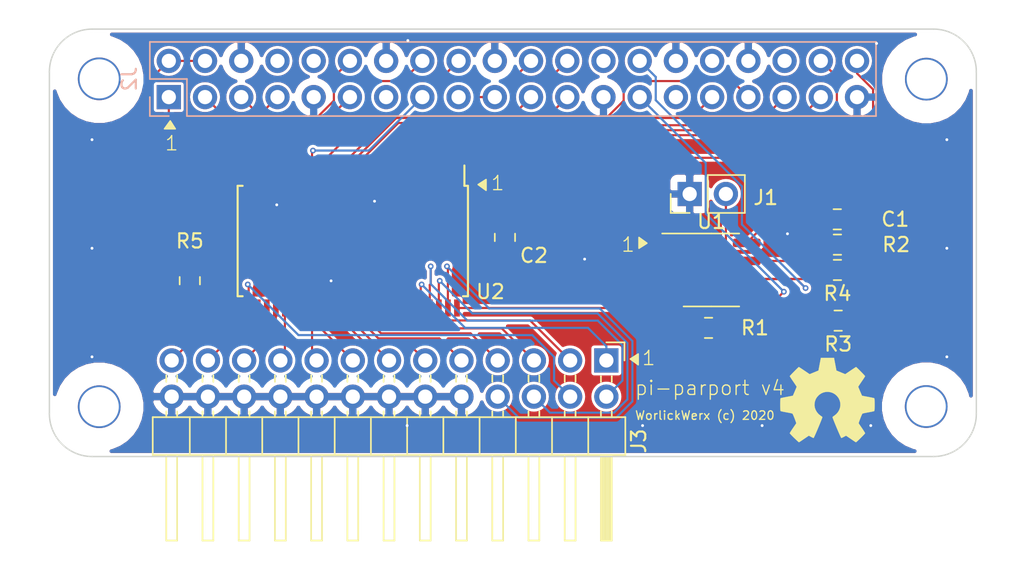
<source format=kicad_pcb>
(kicad_pcb (version 20171130) (host pcbnew 5.1.4+dfsg1-1~bpo10+1)
  (layers (0 F.Cu signal) (31 B.Cu signal) (34 B.Paste user) (35 F.Paste user) (36 B.SilkS user) (37 F.SilkS user) (38 B.Mask user) (39 F.Mask user) (44 Edge.Cuts user))
  (net 0 "")
  (net 1 GND)
  (net 2 /ID_SD_EEPROM)
  (net 3 /ID_SC_EEPROM)
  (net 4 "Net-(J1-Pad2)")
  (net 5 +3V3)
  (net 6 +5V)
  (net 7 /GPIO2)
  (net 8 /GPIO3)
  (net 9 /GPIO4)
  (net 10 "Net-(J2-Pad8)")
  (net 11 "Net-(J2-Pad10)")
  (net 12 /GPIO17)
  (net 13 /GPIO18)
  (net 14 "Net-(J2-Pad13)")
  (net 15 /GPIO22)
  (net 16 /GPIO23)
  (net 17 "Net-(J2-Pad17)")
  (net 18 /GPIO24)
  (net 19 /GPIO10)
  (net 20 /GPIO9)
  (net 21 /GPIO25)
  (net 22 /GPIO11)
  (net 23 /GPIO8)
  (net 24 "Net-(J2-Pad26)")
  (net 25 "Net-(J2-Pad29)")
  (net 26 /GPIO6)
  (net 27 "Net-(J2-Pad32)")
  (net 28 /GPIO13)
  (net 29 /GPIO19)
  (net 30 "Net-(J2-Pad36)")
  (net 31 /GPIO26)
  (net 32 /GPIO20)
  (net 33 /GPIO21)
  (net 34 /CONTROL0)
  (net 35 /CONTROL1)
  (net 36 /DATA0)
  (net 37 /STATUS3)
  (net 38 /DATA1)
  (net 39 /CONTROL2)
  (net 40 /DATA2)
  (net 41 /CONTROL3)
  (net 42 /DATA3)
  (net 43 /DATA4)
  (net 44 /DATA5)
  (net 45 /DATA6)
  (net 46 /DATA7)
  (net 47 /STATUS6)
  (net 48 /STATUS7)
  (net 49 /STATUS5)
  (net 50 /STATUS4)
  (net 51 "Net-(U2-Pad30)")
  (net 52 "Net-(U2-Pad43)")
  (module Symbol:OSHW-Symbol_6.7x6mm_SilkScreen (layer F.Cu) (at 133.096 86.868)
    (fp_text reference REF** hide)
    (fp_text value OSHW-Symbol_6.7x6mm_SilkScreen hide)
  )
  (module Package_SO:SSOP-48_7.5x15.9mm_P0.635mm (layer F.Cu) (at 99.822 75.692 270)
    (fp_text reference U2 (at 3.556 -9.652 180) (layer F.SilkS))
    (fp_text value SN74LVC161284DLR)
    (pad 48 smd rect (at 4.7 -7.3025 270) (size 1.2 0.4) (layers F.Cu F.Paste F.Mask) (net 33 /GPIO21))
    (pad 47 smd rect (at 4.7 -6.6675 270) (size 1.2 0.4) (layers F.Cu F.Paste F.Mask) (net 41 /CONTROL3))
    (pad 46 smd rect (at 4.7 -6.0325 270) (size 1.2 0.4) (layers F.Cu F.Paste F.Mask) (net 39 /CONTROL2))
    (pad 45 smd rect (at 4.7 -5.3975 270) (size 1.2 0.4) (layers F.Cu F.Paste F.Mask) (net 35 /CONTROL1))
    (pad 44 smd rect (at 4.7 -4.7625 270) (size 1.2 0.4) (layers F.Cu F.Paste F.Mask) (net 34 /CONTROL0))
    (pad 43 smd rect (at 4.7 -4.1275 270) (size 1.2 0.4) (layers F.Cu F.Paste F.Mask) (net 52 "Net-(U2-Pad43)"))
    (pad 42 smd rect (at 4.7 -3.4925 270) (size 1.2 0.4) (layers F.Cu F.Paste F.Mask) (net 6 +5V))
    (pad 41 smd rect (at 4.7 -2.8575 270) (size 1.2 0.4) (layers F.Cu F.Paste F.Mask) (net 36 /DATA0))
    (pad 40 smd rect (at 4.7 -2.2225 270) (size 1.2 0.4) (layers F.Cu F.Paste F.Mask) (net 38 /DATA1))
    (pad 39 smd rect (at 4.7 -1.5875 270) (size 1.2 0.4) (layers F.Cu F.Paste F.Mask) (net 1 GND))
    (pad 38 smd rect (at 4.7 -0.9525 270) (size 1.2 0.4) (layers F.Cu F.Paste F.Mask) (net 40 /DATA2))
    (pad 37 smd rect (at 4.7 -0.3175 270) (size 1.2 0.4) (layers F.Cu F.Paste F.Mask) (net 42 /DATA3))
    (pad 36 smd rect (at 4.7 0.3175 270) (size 1.2 0.4) (layers F.Cu F.Paste F.Mask) (net 43 /DATA4))
    (pad 35 smd rect (at 4.7 0.9525 270) (size 1.2 0.4) (layers F.Cu F.Paste F.Mask) (net 44 /DATA5))
    (pad 34 smd rect (at 4.7 1.5875 270) (size 1.2 0.4) (layers F.Cu F.Paste F.Mask) (net 1 GND))
    (pad 33 smd rect (at 4.7 2.2225 270) (size 1.2 0.4) (layers F.Cu F.Paste F.Mask) (net 45 /DATA6))
    (pad 32 smd rect (at 4.7 2.8575 270) (size 1.2 0.4) (layers F.Cu F.Paste F.Mask) (net 46 /DATA7))
    (pad 31 smd rect (at 4.7 3.4925 270) (size 1.2 0.4) (layers F.Cu F.Paste F.Mask) (net 6 +5V))
    (pad 30 smd rect (at 4.7 4.1275 270) (size 1.2 0.4) (layers F.Cu F.Paste F.Mask) (net 51 "Net-(U2-Pad30)"))
    (pad 29 smd rect (at 4.7 4.7625 270) (size 1.2 0.4) (layers F.Cu F.Paste F.Mask) (net 47 /STATUS6))
    (pad 28 smd rect (at 4.7 5.3975 270) (size 1.2 0.4) (layers F.Cu F.Paste F.Mask) (net 48 /STATUS7))
    (pad 27 smd rect (at 4.7 6.0325 270) (size 1.2 0.4) (layers F.Cu F.Paste F.Mask) (net 49 /STATUS5))
    (pad 26 smd rect (at 4.7 6.6675 270) (size 1.2 0.4) (layers F.Cu F.Paste F.Mask) (net 50 /STATUS4))
    (pad 25 smd rect (at 4.7 7.3025 270) (size 1.2 0.4) (layers F.Cu F.Paste F.Mask) (net 37 /STATUS3))
    (pad 24 smd rect (at -4.7 7.3025 270) (size 1.2 0.4) (layers F.Cu F.Paste F.Mask) (net 7 /GPIO2))
    (pad 23 smd rect (at -4.7 6.6675 270) (size 1.2 0.4) (layers F.Cu F.Paste F.Mask) (net 8 /GPIO3))
    (pad 22 smd rect (at -4.7 6.0325 270) (size 1.2 0.4) (layers F.Cu F.Paste F.Mask) (net 9 /GPIO4))
    (pad 21 smd rect (at -4.7 5.3975 270) (size 1.2 0.4) (layers F.Cu F.Paste F.Mask) (net 13 /GPIO18))
    (pad 20 smd rect (at -4.7 4.7625 270) (size 1.2 0.4) (layers F.Cu F.Paste F.Mask) (net 12 /GPIO17))
    (pad 19 smd rect (at -4.7 4.1275 270) (size 1.2 0.4) (layers F.Cu F.Paste F.Mask) (net 1 GND))
    (pad 18 smd rect (at -4.7 3.4925 270) (size 1.2 0.4) (layers F.Cu F.Paste F.Mask) (net 5 +3V3))
    (pad 17 smd rect (at -4.7 2.8575 270) (size 1.2 0.4) (layers F.Cu F.Paste F.Mask) (net 15 /GPIO22))
    (pad 16 smd rect (at -4.7 2.2225 270) (size 1.2 0.4) (layers F.Cu F.Paste F.Mask) (net 16 /GPIO23))
    (pad 15 smd rect (at -4.7 1.5875 270) (size 1.2 0.4) (layers F.Cu F.Paste F.Mask) (net 1 GND))
    (pad 14 smd rect (at -4.7 0.9525 270) (size 1.2 0.4) (layers F.Cu F.Paste F.Mask) (net 18 /GPIO24))
    (pad 13 smd rect (at -4.7 0.3175 270) (size 1.2 0.4) (layers F.Cu F.Paste F.Mask) (net 19 /GPIO10))
    (pad 12 smd rect (at -4.7 -0.3175 270) (size 1.2 0.4) (layers F.Cu F.Paste F.Mask) (net 21 /GPIO25))
    (pad 11 smd rect (at -4.7 -0.9525 270) (size 1.2 0.4) (layers F.Cu F.Paste F.Mask) (net 20 /GPIO9))
    (pad 10 smd rect (at -4.7 -1.5875 270) (size 1.2 0.4) (layers F.Cu F.Paste F.Mask) (net 1 GND))
    (pad 9 smd rect (at -4.7 -2.2225 270) (size 1.2 0.4) (layers F.Cu F.Paste F.Mask) (net 23 /GPIO8))
    (pad 8 smd rect (at -4.7 -2.8575 270) (size 1.2 0.4) (layers F.Cu F.Paste F.Mask) (net 22 /GPIO11))
    (pad 7 smd rect (at -4.7 -3.4925 270) (size 1.2 0.4) (layers F.Cu F.Paste F.Mask) (net 5 +3V3))
    (pad 6 smd rect (at -4.7 -4.1275 270) (size 1.2 0.4) (layers F.Cu F.Paste F.Mask) (net 1 GND))
    (pad 5 smd rect (at -4.7 -4.7625 270) (size 1.2 0.4) (layers F.Cu F.Paste F.Mask) (net 28 /GPIO13))
    (pad 4 smd rect (at -4.7 -5.3975 270) (size 1.2 0.4) (layers F.Cu F.Paste F.Mask) (net 26 /GPIO6))
    (pad 3 smd rect (at -4.7 -6.0325 270) (size 1.2 0.4) (layers F.Cu F.Paste F.Mask) (net 29 /GPIO19))
    (pad 2 smd rect (at -4.7 -6.6675 270) (size 1.2 0.4) (layers F.Cu F.Paste F.Mask) (net 31 /GPIO26))
    (pad 1 smd rect (at -4.7 -7.3025 270) (size 1.2 0.4) (layers F.Cu F.Paste F.Mask) (net 32 /GPIO20))
  )
  (module Connector_PinHeader_2.54mm:PinHeader_2x13_P2.54mm_Horizontal (layer F.Cu) (at 117.602 84.074 270)
    (fp_text reference J3 (at 5.655 -2.27 90) (layer F.SilkS))
    (fp_text value Conn_02x13_Odd_Even)
    (pad 26 thru_hole oval (at 2.54 30.48 270) (size 1.7 1.7) (drill 1) (layers *.Cu *.Mask) (net 1 GND))
    (pad 25 thru_hole oval (at 0 30.48 270) (size 1.7 1.7) (drill 1) (layers *.Cu *.Mask) (net 50 /STATUS4))
    (pad 24 thru_hole oval (at 2.54 27.94 270) (size 1.7 1.7) (drill 1) (layers *.Cu *.Mask) (net 1 GND))
    (pad 23 thru_hole oval (at 0 27.94 270) (size 1.7 1.7) (drill 1) (layers *.Cu *.Mask) (net 49 /STATUS5))
    (pad 22 thru_hole oval (at 2.54 25.4 270) (size 1.7 1.7) (drill 1) (layers *.Cu *.Mask) (net 1 GND))
    (pad 21 thru_hole oval (at 0 25.4 270) (size 1.7 1.7) (drill 1) (layers *.Cu *.Mask) (net 48 /STATUS7))
    (pad 20 thru_hole oval (at 2.54 22.86 270) (size 1.7 1.7) (drill 1) (layers *.Cu *.Mask) (net 1 GND))
    (pad 19 thru_hole oval (at 0 22.86 270) (size 1.7 1.7) (drill 1) (layers *.Cu *.Mask) (net 47 /STATUS6))
    (pad 18 thru_hole oval (at 2.54 20.32 270) (size 1.7 1.7) (drill 1) (layers *.Cu *.Mask) (net 1 GND))
    (pad 17 thru_hole oval (at 0 20.32 270) (size 1.7 1.7) (drill 1) (layers *.Cu *.Mask) (net 46 /DATA7))
    (pad 16 thru_hole oval (at 2.54 17.78 270) (size 1.7 1.7) (drill 1) (layers *.Cu *.Mask) (net 1 GND))
    (pad 15 thru_hole oval (at 0 17.78 270) (size 1.7 1.7) (drill 1) (layers *.Cu *.Mask) (net 45 /DATA6))
    (pad 14 thru_hole oval (at 2.54 15.24 270) (size 1.7 1.7) (drill 1) (layers *.Cu *.Mask) (net 1 GND))
    (pad 13 thru_hole oval (at 0 15.24 270) (size 1.7 1.7) (drill 1) (layers *.Cu *.Mask) (net 44 /DATA5))
    (pad 12 thru_hole oval (at 2.54 12.7 270) (size 1.7 1.7) (drill 1) (layers *.Cu *.Mask) (net 1 GND))
    (pad 11 thru_hole oval (at 0 12.7 270) (size 1.7 1.7) (drill 1) (layers *.Cu *.Mask) (net 43 /DATA4))
    (pad 10 thru_hole oval (at 2.54 10.16 270) (size 1.7 1.7) (drill 1) (layers *.Cu *.Mask) (net 1 GND))
    (pad 9 thru_hole oval (at 0 10.16 270) (size 1.7 1.7) (drill 1) (layers *.Cu *.Mask) (net 42 /DATA3))
    (pad 8 thru_hole oval (at 2.54 7.62 270) (size 1.7 1.7) (drill 1) (layers *.Cu *.Mask) (net 41 /CONTROL3))
    (pad 7 thru_hole oval (at 0 7.62 270) (size 1.7 1.7) (drill 1) (layers *.Cu *.Mask) (net 40 /DATA2))
    (pad 6 thru_hole oval (at 2.54 5.08 270) (size 1.7 1.7) (drill 1) (layers *.Cu *.Mask) (net 39 /CONTROL2))
    (pad 5 thru_hole oval (at 0 5.08 270) (size 1.7 1.7) (drill 1) (layers *.Cu *.Mask) (net 38 /DATA1))
    (pad 4 thru_hole oval (at 2.54 2.54 270) (size 1.7 1.7) (drill 1) (layers *.Cu *.Mask) (net 37 /STATUS3))
    (pad 3 thru_hole oval (at 0 2.54 270) (size 1.7 1.7) (drill 1) (layers *.Cu *.Mask) (net 36 /DATA0))
    (pad 2 thru_hole oval (at 2.54 0 270) (size 1.7 1.7) (drill 1) (layers *.Cu *.Mask) (net 35 /CONTROL1))
    (pad 1 thru_hole rect (at 0 0 270) (size 1.7 1.7) (drill 1) (layers *.Cu *.Mask) (net 34 /CONTROL0))
  )
  (module Connector_PinSocket_2.54mm:PinSocket_2x20_P2.54mm_Vertical (layer B.Cu) (at 86.92 65.59 270)
    (fp_text reference J2 (at -1.27 2.77 270) (layer B.SilkS) (effects (justify mirror)))
    (fp_text value 40HAT)
    (pad 1 thru_hole rect (at 0 0 270) (size 1.7 1.7) (drill 1) (layers *.Cu *.Mask) (net 5 +3V3))
    (pad 2 thru_hole oval (at -2.54 0 270) (size 1.7 1.7) (drill 1) (layers *.Cu *.Mask) (net 6 +5V))
    (pad 3 thru_hole oval (at 0 -2.54 270) (size 1.7 1.7) (drill 1) (layers *.Cu *.Mask) (net 7 /GPIO2))
    (pad 4 thru_hole oval (at -2.54 -2.54 270) (size 1.7 1.7) (drill 1) (layers *.Cu *.Mask) (net 6 +5V))
    (pad 5 thru_hole oval (at 0 -5.08 270) (size 1.7 1.7) (drill 1) (layers *.Cu *.Mask) (net 8 /GPIO3))
    (pad 6 thru_hole oval (at -2.54 -5.08 270) (size 1.7 1.7) (drill 1) (layers *.Cu *.Mask) (net 1 GND))
    (pad 7 thru_hole oval (at 0 -7.62 270) (size 1.7 1.7) (drill 1) (layers *.Cu *.Mask) (net 9 /GPIO4))
    (pad 8 thru_hole oval (at -2.54 -7.62 270) (size 1.7 1.7) (drill 1) (layers *.Cu *.Mask) (net 10 "Net-(J2-Pad8)"))
    (pad 9 thru_hole oval (at 0 -10.16 270) (size 1.7 1.7) (drill 1) (layers *.Cu *.Mask) (net 1 GND))
    (pad 10 thru_hole oval (at -2.54 -10.16 270) (size 1.7 1.7) (drill 1) (layers *.Cu *.Mask) (net 11 "Net-(J2-Pad10)"))
    (pad 11 thru_hole oval (at 0 -12.7 270) (size 1.7 1.7) (drill 1) (layers *.Cu *.Mask) (net 12 /GPIO17))
    (pad 12 thru_hole oval (at -2.54 -12.7 270) (size 1.7 1.7) (drill 1) (layers *.Cu *.Mask) (net 13 /GPIO18))
    (pad 13 thru_hole oval (at 0 -15.24 270) (size 1.7 1.7) (drill 1) (layers *.Cu *.Mask) (net 14 "Net-(J2-Pad13)"))
    (pad 14 thru_hole oval (at -2.54 -15.24 270) (size 1.7 1.7) (drill 1) (layers *.Cu *.Mask) (net 1 GND))
    (pad 15 thru_hole oval (at 0 -17.78 270) (size 1.7 1.7) (drill 1) (layers *.Cu *.Mask) (net 15 /GPIO22))
    (pad 16 thru_hole oval (at -2.54 -17.78 270) (size 1.7 1.7) (drill 1) (layers *.Cu *.Mask) (net 16 /GPIO23))
    (pad 17 thru_hole oval (at 0 -20.32 270) (size 1.7 1.7) (drill 1) (layers *.Cu *.Mask) (net 17 "Net-(J2-Pad17)"))
    (pad 18 thru_hole oval (at -2.54 -20.32 270) (size 1.7 1.7) (drill 1) (layers *.Cu *.Mask) (net 18 /GPIO24))
    (pad 19 thru_hole oval (at 0 -22.86 270) (size 1.7 1.7) (drill 1) (layers *.Cu *.Mask) (net 19 /GPIO10))
    (pad 20 thru_hole oval (at -2.54 -22.86 270) (size 1.7 1.7) (drill 1) (layers *.Cu *.Mask) (net 1 GND))
    (pad 21 thru_hole oval (at 0 -25.4 270) (size 1.7 1.7) (drill 1) (layers *.Cu *.Mask) (net 20 /GPIO9))
    (pad 22 thru_hole oval (at -2.54 -25.4 270) (size 1.7 1.7) (drill 1) (layers *.Cu *.Mask) (net 21 /GPIO25))
    (pad 23 thru_hole oval (at 0 -27.94 270) (size 1.7 1.7) (drill 1) (layers *.Cu *.Mask) (net 22 /GPIO11))
    (pad 24 thru_hole oval (at -2.54 -27.94 270) (size 1.7 1.7) (drill 1) (layers *.Cu *.Mask) (net 23 /GPIO8))
    (pad 25 thru_hole oval (at 0 -30.48 270) (size 1.7 1.7) (drill 1) (layers *.Cu *.Mask) (net 1 GND))
    (pad 26 thru_hole oval (at -2.54 -30.48 270) (size 1.7 1.7) (drill 1) (layers *.Cu *.Mask) (net 24 "Net-(J2-Pad26)"))
    (pad 27 thru_hole oval (at 0 -33.02 270) (size 1.7 1.7) (drill 1) (layers *.Cu *.Mask) (net 2 /ID_SD_EEPROM))
    (pad 28 thru_hole oval (at -2.54 -33.02 270) (size 1.7 1.7) (drill 1) (layers *.Cu *.Mask) (net 3 /ID_SC_EEPROM))
    (pad 29 thru_hole oval (at 0 -35.56 270) (size 1.7 1.7) (drill 1) (layers *.Cu *.Mask) (net 25 "Net-(J2-Pad29)"))
    (pad 30 thru_hole oval (at -2.54 -35.56 270) (size 1.7 1.7) (drill 1) (layers *.Cu *.Mask) (net 1 GND))
    (pad 31 thru_hole oval (at 0 -38.1 270) (size 1.7 1.7) (drill 1) (layers *.Cu *.Mask) (net 26 /GPIO6))
    (pad 32 thru_hole oval (at -2.54 -38.1 270) (size 1.7 1.7) (drill 1) (layers *.Cu *.Mask) (net 27 "Net-(J2-Pad32)"))
    (pad 33 thru_hole oval (at 0 -40.64 270) (size 1.7 1.7) (drill 1) (layers *.Cu *.Mask) (net 28 /GPIO13))
    (pad 34 thru_hole oval (at -2.54 -40.64 270) (size 1.7 1.7) (drill 1) (layers *.Cu *.Mask) (net 1 GND))
    (pad 35 thru_hole oval (at 0 -43.18 270) (size 1.7 1.7) (drill 1) (layers *.Cu *.Mask) (net 29 /GPIO19))
    (pad 36 thru_hole oval (at -2.54 -43.18 270) (size 1.7 1.7) (drill 1) (layers *.Cu *.Mask) (net 30 "Net-(J2-Pad36)"))
    (pad 37 thru_hole oval (at 0 -45.72 270) (size 1.7 1.7) (drill 1) (layers *.Cu *.Mask) (net 31 /GPIO26))
    (pad 38 thru_hole oval (at -2.54 -45.72 270) (size 1.7 1.7) (drill 1) (layers *.Cu *.Mask) (net 32 /GPIO20))
    (pad 39 thru_hole oval (at 0 -48.26 270) (size 1.7 1.7) (drill 1) (layers *.Cu *.Mask) (net 1 GND))
    (pad 40 thru_hole oval (at -2.54 -48.26 270) (size 1.7 1.7) (drill 1) (layers *.Cu *.Mask) (net 33 /GPIO21))
  )
  (module Connector_PinHeader_2.54mm:PinHeader_1x02_P2.54mm_Vertical (layer F.Cu) (at 123.444 72.39 90)
    (fp_text reference J1 (at -0.254 5.334 180) (layer F.SilkS))
    (fp_text value CONN_01X02)
    (pad 2 thru_hole oval (at 0 2.54 90) (size 1.7 1.7) (drill 1) (layers *.Cu *.Mask) (net 4 "Net-(J1-Pad2)"))
    (pad 1 thru_hole rect (at 0 0 90) (size 1.7 1.7) (drill 1) (layers *.Cu *.Mask) (net 1 GND))
  )
  (module project_footprints:NPTH_3mm_ID (layer F.Cu) (at 82.04 64.31)
    (fp_text reference H1 (at 0.06 0.09) (layer F.SilkS))
    (fp_text value 3mm_Mounting_Hole hide)
    (pad "" np_thru_hole circle (at 0 0) (size 3 3) (drill 2.75) (layers *.Cu *.Mask) (clearance 1.6))
  )
  (module project_footprints:NPTH_3mm_ID (layer F.Cu) (at 140.04 64.33)
    (fp_text reference H3 (at 0.06 0.09) (layer F.SilkS))
    (fp_text value 3mm_Mounting_Hole hide)
    (pad "" np_thru_hole circle (at 0 0) (size 3 3) (drill 2.75) (layers *.Cu *.Mask) (clearance 1.6))
  )
  (module project_footprints:NPTH_3mm_ID (layer F.Cu) (at 82.04 87.32)
    (fp_text reference H2 (at 0.06 0.09) (layer F.SilkS))
    (fp_text value 3mm_Mounting_Hole hide)
    (pad "" np_thru_hole circle (at 0 0) (size 3 3) (drill 2.75) (layers *.Cu *.Mask) (clearance 1.6))
  )
  (module project_footprints:NPTH_3mm_ID (layer F.Cu) (at 140.03 87.31)
    (fp_text reference H4 (at 0.06 0.09) (layer F.SilkS))
    (fp_text value 3mm_Mounting_Hole hide)
    (pad "" np_thru_hole circle (at 0 0) (size 3 3) (drill 2.75) (layers *.Cu *.Mask) (clearance 1.6))
  )
  (module Resistor_SMD:R_0805_2012Metric_Pad1.15x1.40mm_HandSolder (layer F.Cu) (at 88.392 78.477 90)
    (fp_text reference R5 (at 2.785 0 180) (layer F.SilkS))
    (fp_text value 1.4K)
    (pad 2 smd roundrect (at 1.025 0 90) (size 1.15 1.4) (layers F.Cu F.Paste F.Mask) (roundrect_rratio 0.217391) (net 6 +5V))
    (pad 1 smd roundrect (at -1.025 0 90) (size 1.15 1.4) (layers F.Cu F.Paste F.Mask) (roundrect_rratio 0.217391) (net 37 /STATUS3))
  )
  (module Capacitor_SMD:C_0805_2012Metric_Pad1.15x1.40mm_HandSolder (layer F.Cu) (at 133.7945 74.168 180)
    (fp_text reference C1 (at -4.064 0) (layer F.SilkS))
    (fp_text value 100nF)
    (pad 1 smd roundrect (at -1.025 0 180) (size 1.15 1.4) (layers F.Cu F.Paste F.Mask) (roundrect_rratio 0.217391) (net 5 +3V3))
    (pad 2 smd roundrect (at 1.025 0 180) (size 1.15 1.4) (layers F.Cu F.Paste F.Mask) (roundrect_rratio 0.217391) (net 1 GND))
  )
  (module Capacitor_SMD:C_0805_2012Metric_Pad1.15x1.40mm_HandSolder (layer F.Cu) (at 110.49 75.438 270)
    (fp_text reference C2 (at 1.27 -2.032) (layer F.SilkS))
    (fp_text value 100nF)
    (pad 2 smd roundrect (at 1.025 0 270) (size 1.15 1.4) (layers F.Cu F.Paste F.Mask) (roundrect_rratio 0.217391) (net 1 GND))
    (pad 1 smd roundrect (at -1.025 0 270) (size 1.15 1.4) (layers F.Cu F.Paste F.Mask) (roundrect_rratio 0.217391) (net 5 +3V3))
  )
  (module Resistor_SMD:R_0805_2012Metric_Pad1.15x1.40mm_HandSolder (layer F.Cu) (at 124.7675 81.788 180)
    (fp_text reference R1 (at -3.2485 0) (layer F.SilkS))
    (fp_text value DNP)
    (pad 1 smd roundrect (at -1.025 0 180) (size 1.15 1.4) (layers F.Cu F.Paste F.Mask) (roundrect_rratio 0.217391) (net 4 "Net-(J1-Pad2)"))
    (pad 2 smd roundrect (at 1.025 0 180) (size 1.15 1.4) (layers F.Cu F.Paste F.Mask) (roundrect_rratio 0.217391) (net 1 GND))
  )
  (module Resistor_SMD:R_0805_2012Metric_Pad1.15x1.40mm_HandSolder (layer F.Cu) (at 133.8045 75.946)
    (fp_text reference R2 (at 4.1175 0) (layer F.SilkS))
    (fp_text value 10K)
    (pad 2 smd roundrect (at 1.025 0) (size 1.15 1.4) (layers F.Cu F.Paste F.Mask) (roundrect_rratio 0.217391) (net 5 +3V3))
    (pad 1 smd roundrect (at -1.025 0) (size 1.15 1.4) (layers F.Cu F.Paste F.Mask) (roundrect_rratio 0.217391) (net 4 "Net-(J1-Pad2)"))
  )
  (module Resistor_SMD:R_0805_2012Metric_Pad1.15x1.40mm_HandSolder (layer F.Cu) (at 133.858 81.28 180)
    (fp_text reference R3 (at 0 -1.65) (layer F.SilkS))
    (fp_text value 3.9K)
    (pad 2 smd roundrect (at 1.025 0 180) (size 1.15 1.4) (layers F.Cu F.Paste F.Mask) (roundrect_rratio 0.217391) (net 2 /ID_SD_EEPROM))
    (pad 1 smd roundrect (at -1.025 0 180) (size 1.15 1.4) (layers F.Cu F.Paste F.Mask) (roundrect_rratio 0.217391) (net 5 +3V3))
  )
  (module Resistor_SMD:R_0805_2012Metric_Pad1.15x1.40mm_HandSolder (layer F.Cu) (at 133.8045 77.724 180)
    (fp_text reference R4 (at 0 -1.65) (layer F.SilkS))
    (fp_text value 3.9K)
    (pad 1 smd roundrect (at -1.025 0 180) (size 1.15 1.4) (layers F.Cu F.Paste F.Mask) (roundrect_rratio 0.217391) (net 5 +3V3))
    (pad 2 smd roundrect (at 1.025 0 180) (size 1.15 1.4) (layers F.Cu F.Paste F.Mask) (roundrect_rratio 0.217391) (net 3 /ID_SC_EEPROM))
  )
  (module Package_SO:SOIC-8_3.9x4.9mm_P1.27mm (layer F.Cu) (at 124.968 77.724)
    (fp_text reference U1 (at 0 -3.4) (layer F.SilkS))
    (fp_text value CAT24C32)
    (pad 8 smd roundrect (at 2.475 -1.905) (size 1.95 0.6) (layers F.Cu F.Paste F.Mask) (net 5 +3V3))
    (pad 7 smd roundrect (at 2.475 -0.635) (size 1.95 0.6) (layers F.Cu F.Paste F.Mask) (net 4 "Net-(J1-Pad2)"))
    (pad 6 smd roundrect (at 2.475 0.635) (size 1.95 0.6) (layers F.Cu F.Paste F.Mask) (net 3 /ID_SC_EEPROM))
    (pad 5 smd roundrect (at 2.475 1.905) (size 1.95 0.6) (layers F.Cu F.Paste F.Mask) (net 2 /ID_SD_EEPROM))
    (pad 4 smd roundrect (at -2.475 1.905) (size 1.95 0.6) (layers F.Cu F.Paste F.Mask) (net 1 GND))
    (pad 3 smd roundrect (at -2.475 0.635) (size 1.95 0.6) (layers F.Cu F.Paste F.Mask) (net 1 GND))
    (pad 2 smd roundrect (at -2.475 -0.635) (size 1.95 0.6) (layers F.Cu F.Paste F.Mask) (net 1 GND))
    (pad 1 smd roundrect (at -2.475 -1.905) (size 1.95 0.6) (layers F.Cu F.Paste F.Mask) (net 1 GND))
  )
  (gr_line (start 143.546356 63.817611) (end 143.546351 87.822847) (layer Edge.Cuts) (width 0.1))
  (gr_line (start 78.546356 63.817611) (end 78.546356 87.817611) (layer Edge.Cuts) (width 0.1))
  (gr_line (start 140.546356 90.817611) (end 81.546356 90.817611) (layer Edge.Cuts) (width 0.1))
  (gr_text 1 (at 87.122 68.834) (layer F.SilkS) (effects (font (size 1 1) (thickness 0.09))))
  (gr_poly (pts (xy 86.614 67.818) (xy 87.0204 67.2592) (xy 87.376 67.818)) (layer F.SilkS) (width 0.1))
  (gr_text 1 (at 119.126 75.946) (layer F.SilkS) (effects (font (size 1 1) (thickness 0.09))))
  (gr_poly (pts (xy 119.888 75.438) (xy 120.4468 75.8444) (xy 119.888 76.2)) (layer F.SilkS) (width 0.1))
  (gr_poly (pts (xy 109.1692 72.136) (xy 108.6104 71.7296) (xy 109.1692 71.374)) (layer F.SilkS) (width 0.1))
  (gr_text 1 (at 109.982 71.628) (layer F.SilkS) (effects (font (size 1 1) (thickness 0.09))))
  (gr_text 1 (at 120.572 83.907) (layer F.SilkS) (effects (font (size 1 1) (thickness 0.09))))
  (gr_poly (pts (xy 119.8372 84.3788) (xy 119.2784 83.9724) (xy 119.8372 83.6168)) (layer F.SilkS) (width 0.1))
  (gr_text "WorlickWerx (c) 2020" (at 124.5108 87.9348) (layer F.SilkS) (effects (font (size 0.6 0.6) (thickness 0.09))))
  (gr_text "pi-parport v4" (at 124.8664 86.0044) (layer F.SilkS) (effects (font (size 1 1) (thickness 0.09))))
  (gr_arc (start 81.546356 63.817611) (end 81.546356 60.817611) (angle -90) (layer Edge.Cuts) (width 0.1))
  (gr_line (start 140.546356 60.817611) (end 81.546356 60.817611) (layer Edge.Cuts) (width 0.1))
  (gr_arc (start 140.546356 63.817611) (end 143.546356 63.817611) (angle -90) (layer Edge.Cuts) (width 0.1))
  (gr_arc (start 81.546356 87.817611) (end 78.546356 87.817611) (angle -90) (layer Edge.Cuts) (width 0.1))
  (gr_arc (start 140.546356 87.817611) (end 140.546356 90.817611) (angle -89.9) (layer Edge.Cuts) (width 0.1))
  (via (at 116.078 76.962) (size 0.4) (drill 0.2) (layers F.Cu B.Cu) (net 1))
  (via (at 130.302 75.184) (size 0.4) (drill 0.2) (layers F.Cu B.Cu) (net 1))
  (via (at 81.534 76.2) (size 0.4) (drill 0.2) (layers F.Cu B.Cu) (net 1))
  (via (at 81.534 83.82) (size 0.4) (drill 0.2) (layers F.Cu B.Cu) (net 1))
  (via (at 120.142 88.646) (size 0.4) (drill 0.2) (layers F.Cu B.Cu) (net 1))
  (via (at 128.524 88.646) (size 0.4) (drill 0.2) (layers F.Cu B.Cu) (net 1))
  (via (at 136.144 88.646) (size 0.4) (drill 0.2) (layers F.Cu B.Cu) (net 1))
  (via (at 141.478 76.2) (size 0.4) (drill 0.2) (layers F.Cu B.Cu) (net 1))
  (via (at 141.478 68.58) (size 0.4) (drill 0.2) (layers F.Cu B.Cu) (net 1))
  (via (at 81.534 68.58) (size 0.4) (drill 0.2) (layers F.Cu B.Cu) (net 1))
  (via (at 141.478 83.82) (size 0.4) (drill 0.2) (layers F.Cu B.Cu) (net 1))
  (via (at 136.5504 61.8236) (size 0.4) (drill 0.2) (layers F.Cu B.Cu) (net 1))
  (via (at 103.6828 61.6204) (size 0.4) (drill 0.2) (layers F.Cu B.Cu) (net 1))
  (via (at 98.298 78.486) (size 0.4) (drill 0.2) (layers F.Cu B.Cu) (net 1))
  (via (at 101.346 72.898) (size 0.4) (drill 0.2) (layers F.Cu B.Cu) (net 1))
  (via (at 103.632 88.646) (size 0.4) (drill 0.2) (layers F.Cu B.Cu) (net 1))
  (via (at 94.488 73.152) (size 0.4) (drill 0.2) (layers F.Cu B.Cu) (net 1))
  (segment (start 127.57 79.502) (end 127.443 79.629) (width 0.15) (layer F.Cu) (net 2))
  (segment (start 128.518 79.629) (end 128.645 79.756) (width 0.15) (layer F.Cu) (net 2))
  (segment (start 127.443 79.629) (end 128.518 79.629) (width 0.15) (layer F.Cu) (net 2))
  (segment (start 131.309 79.756) (end 132.833 81.28) (width 0.15) (layer F.Cu) (net 2))
  (segment (start 128.645 79.756) (end 131.309 79.756) (width 0.15) (layer F.Cu) (net 2))
  (via (at 130.048 79.248) (size 0.4) (drill 0.2) (layers F.Cu B.Cu) (net 2))
  (segment (start 127.443 79.629) (end 129.667 79.629) (width 0.15) (layer F.Cu) (net 2))
  (segment (start 129.667 79.629) (end 130.048 79.248) (width 0.15) (layer F.Cu) (net 2))
  (segment (start 120.789999 66.439999) (end 119.94 65.59) (width 0.15) (layer B.Cu) (net 2))
  (segment (start 124.569001 70.219001) (end 120.789999 66.439999) (width 0.15) (layer B.Cu) (net 2))
  (segment (start 124.569001 73.769001) (end 124.569001 70.219001) (width 0.15) (layer B.Cu) (net 2))
  (segment (start 130.048 79.248) (end 124.569001 73.769001) (width 0.15) (layer B.Cu) (net 2))
  (segment (start 132.1445 78.359) (end 127.443 78.359) (width 0.15) (layer F.Cu) (net 3))
  (segment (start 132.7795 77.724) (end 132.1445 78.359) (width 0.15) (layer F.Cu) (net 3))
  (via (at 131.572 78.994) (size 0.4) (drill 0.2) (layers F.Cu B.Cu) (net 3))
  (segment (start 127.443 78.359) (end 130.937 78.359) (width 0.15) (layer F.Cu) (net 3))
  (segment (start 130.937 78.359) (end 131.572 78.994) (width 0.15) (layer F.Cu) (net 3))
  (segment (start 121.065001 64.175001) (end 120.789999 63.899999) (width 0.15) (layer B.Cu) (net 3))
  (segment (start 120.789999 63.899999) (end 119.94 63.05) (width 0.15) (layer B.Cu) (net 3))
  (segment (start 121.065001 65.805999) (end 121.065001 64.175001) (width 0.15) (layer B.Cu) (net 3))
  (segment (start 127.109001 71.849999) (end 121.065001 65.805999) (width 0.15) (layer B.Cu) (net 3))
  (segment (start 127.109001 74.531001) (end 127.109001 71.849999) (width 0.15) (layer B.Cu) (net 3))
  (segment (start 131.572 78.994) (end 127.109001 74.531001) (width 0.15) (layer B.Cu) (net 3))
  (segment (start 131.6365 77.089) (end 127.443 77.089) (width 0.15) (layer F.Cu) (net 4))
  (segment (start 132.7795 75.946) (end 131.6365 77.089) (width 0.15) (layer F.Cu) (net 4))
  (segment (start 125.7925 77.6645) (end 126.368 77.089) (width 0.15) (layer F.Cu) (net 4))
  (segment (start 125.7925 81.788) (end 125.7925 77.6645) (width 0.15) (layer F.Cu) (net 4))
  (segment (start 126.368 77.089) (end 127.443 77.089) (width 0.15) (layer F.Cu) (net 4))
  (segment (start 125.984 76.705) (end 126.368 77.089) (width 0.15) (layer F.Cu) (net 4))
  (segment (start 125.984 72.39) (end 125.984 76.705) (width 0.15) (layer F.Cu) (net 4))
  (segment (start 109.69 74.413) (end 109.681 74.422) (width 0.15) (layer F.Cu) (net 5))
  (segment (start 110.49 74.413) (end 109.69 74.413) (width 0.15) (layer F.Cu) (net 5))
  (segment (start 86.92 70.156) (end 86.92 65.59) (width 0.15) (layer F.Cu) (net 5))
  (segment (start 91.186 74.422) (end 86.92 70.156) (width 0.15) (layer F.Cu) (net 5))
  (segment (start 96.3295 73.4695) (end 97.282 74.422) (width 0.15) (layer F.Cu) (net 5))
  (segment (start 96.3295 70.992) (end 96.3295 73.4695) (width 0.15) (layer F.Cu) (net 5))
  (segment (start 97.282 74.422) (end 91.186 74.422) (width 0.15) (layer F.Cu) (net 5))
  (segment (start 103.3145 73.4695) (end 102.362 74.422) (width 0.15) (layer F.Cu) (net 5))
  (segment (start 103.3145 70.992) (end 103.3145 73.4695) (width 0.15) (layer F.Cu) (net 5))
  (segment (start 109.681 74.422) (end 102.362 74.422) (width 0.15) (layer F.Cu) (net 5))
  (segment (start 102.362 74.422) (end 97.282 74.422) (width 0.15) (layer F.Cu) (net 5))
  (segment (start 134.8195 75.936) (end 134.8295 75.946) (width 0.15) (layer F.Cu) (net 5))
  (segment (start 134.8195 74.168) (end 134.8195 75.936) (width 0.15) (layer F.Cu) (net 5))
  (segment (start 134.8295 75.946) (end 134.8295 77.724) (width 0.15) (layer F.Cu) (net 5))
  (segment (start 134.8295 79.4485) (end 134.883 79.502) (width 0.15) (layer F.Cu) (net 5))
  (segment (start 134.8195 73.368) (end 133.8415 72.39) (width 0.15) (layer F.Cu) (net 5))
  (segment (start 134.8195 74.168) (end 134.8195 73.368) (width 0.15) (layer F.Cu) (net 5))
  (segment (start 130.872 72.39) (end 127.443 75.819) (width 0.15) (layer F.Cu) (net 5))
  (segment (start 133.8415 72.39) (end 130.872 72.39) (width 0.15) (layer F.Cu) (net 5))
  (segment (start 115.579 74.413) (end 110.49 74.413) (width 0.15) (layer F.Cu) (net 5))
  (segment (start 131.318 69.85) (end 120.142 69.85) (width 0.15) (layer F.Cu) (net 5))
  (segment (start 120.142 69.85) (end 115.579 74.413) (width 0.15) (layer F.Cu) (net 5))
  (segment (start 133.8415 72.39) (end 133.8415 72.3735) (width 0.15) (layer F.Cu) (net 5))
  (segment (start 133.8415 72.3735) (end 131.318 69.85) (width 0.15) (layer F.Cu) (net 5))
  (segment (start 88.392 76.777) (end 85.598 73.983) (width 0.15) (layer F.Cu) (net 6))
  (segment (start 88.392 77.452) (end 88.392 76.777) (width 0.15) (layer F.Cu) (net 6))
  (segment (start 85.598 64.372) (end 86.92 63.05) (width 0.15) (layer F.Cu) (net 6))
  (segment (start 85.598 73.983) (end 85.598 64.372) (width 0.15) (layer F.Cu) (net 6))
  (segment (start 88.392 77.452) (end 95.232 77.452) (width 0.15) (layer F.Cu) (net 6))
  (segment (start 96.3295 78.5495) (end 96.3295 80.392) (width 0.15) (layer F.Cu) (net 6))
  (segment (start 95.232 77.452) (end 96.3295 78.5495) (width 0.15) (layer F.Cu) (net 6))
  (segment (start 95.232 77.452) (end 102.344 77.452) (width 0.15) (layer F.Cu) (net 6))
  (segment (start 103.3145 78.4225) (end 103.3145 80.392) (width 0.15) (layer F.Cu) (net 6))
  (segment (start 102.344 77.452) (end 103.3145 78.4225) (width 0.15) (layer F.Cu) (net 6))
  (segment (start 88.257919 63.05) (end 86.92 63.05) (width 0.15) (layer F.Cu) (net 6))
  (segment (start 89.46 63.05) (end 88.257919 63.05) (width 0.15) (layer F.Cu) (net 6))
  (segment (start 92.5195 68.6495) (end 89.46 65.59) (width 0.15) (layer F.Cu) (net 7))
  (segment (start 92.5195 70.992) (end 92.5195 68.6495) (width 0.15) (layer F.Cu) (net 7))
  (segment (start 93.1545 66.7445) (end 92 65.59) (width 0.15) (layer F.Cu) (net 8))
  (segment (start 93.1545 70.992) (end 93.1545 66.7445) (width 0.15) (layer F.Cu) (net 8))
  (segment (start 93.7895 66.3405) (end 94.54 65.59) (width 0.15) (layer F.Cu) (net 9))
  (segment (start 93.7895 70.992) (end 93.7895 66.3405) (width 0.15) (layer F.Cu) (net 9))
  (segment (start 95.0595 70.1505) (end 99.62 65.59) (width 0.15) (layer F.Cu) (net 12))
  (segment (start 95.0595 70.992) (end 95.0595 70.1505) (width 0.15) (layer F.Cu) (net 12))
  (segment (start 98.770001 63.899999) (end 99.62 63.05) (width 0.15) (layer F.Cu) (net 13))
  (segment (start 98.494999 64.175001) (end 98.770001 63.899999) (width 0.15) (layer F.Cu) (net 13))
  (segment (start 98.494999 65.840003) (end 98.494999 64.175001) (width 0.15) (layer F.Cu) (net 13))
  (segment (start 94.4245 69.910502) (end 98.494999 65.840003) (width 0.15) (layer F.Cu) (net 13))
  (segment (start 94.4245 70.992) (end 94.4245 69.910502) (width 0.15) (layer F.Cu) (net 13))
  (via (at 97.028 69.342) (size 0.4) (drill 0.2) (layers F.Cu B.Cu) (net 15))
  (segment (start 96.9645 70.992) (end 96.9645 69.4055) (width 0.15) (layer F.Cu) (net 15))
  (segment (start 96.9645 69.4055) (end 97.028 69.342) (width 0.15) (layer F.Cu) (net 15))
  (segment (start 100.948 69.342) (end 104.7 65.59) (width 0.15) (layer B.Cu) (net 15))
  (segment (start 97.028 69.342) (end 100.948 69.342) (width 0.15) (layer B.Cu) (net 15))
  (segment (start 97.5995 70.242) (end 97.5995 70.992) (width 0.15) (layer F.Cu) (net 16))
  (segment (start 100.745001 67.096499) (end 97.5995 70.242) (width 0.15) (layer F.Cu) (net 16))
  (segment (start 100.745001 65.339997) (end 100.745001 67.096499) (width 0.15) (layer F.Cu) (net 16))
  (segment (start 101.619999 64.464999) (end 100.745001 65.339997) (width 0.15) (layer F.Cu) (net 16))
  (segment (start 103.285001 64.464999) (end 101.619999 64.464999) (width 0.15) (layer F.Cu) (net 16))
  (segment (start 104.7 63.05) (end 103.285001 64.464999) (width 0.15) (layer F.Cu) (net 16))
  (segment (start 98.8695 70.242) (end 98.8695 70.992) (width 0.15) (layer F.Cu) (net 18))
  (segment (start 98.994501 70.116999) (end 98.8695 70.242) (width 0.15) (layer F.Cu) (net 18))
  (segment (start 99.298003 70.116999) (end 98.994501 70.116999) (width 0.15) (layer F.Cu) (net 18))
  (segment (start 103.285001 66.130001) (end 99.298003 70.116999) (width 0.15) (layer F.Cu) (net 18))
  (segment (start 103.285001 65.339997) (end 103.285001 66.130001) (width 0.15) (layer F.Cu) (net 18))
  (segment (start 104.159999 64.464999) (end 103.285001 65.339997) (width 0.15) (layer F.Cu) (net 18))
  (segment (start 105.825001 64.464999) (end 104.159999 64.464999) (width 0.15) (layer F.Cu) (net 18))
  (segment (start 107.24 63.05) (end 105.825001 64.464999) (width 0.15) (layer F.Cu) (net 18))
  (segment (start 99.442983 70.867983) (end 99.442983 70.483017) (width 0.15) (layer F.Cu) (net 19))
  (segment (start 99.5045 70.992) (end 99.5045 70.9295) (width 0.15) (layer F.Cu) (net 19))
  (segment (start 99.5045 70.9295) (end 99.442983 70.867983) (width 0.15) (layer F.Cu) (net 19))
  (segment (start 99.442983 70.483017) (end 102.87 67.056) (width 0.15) (layer F.Cu) (net 19))
  (segment (start 102.87 67.056) (end 107.696 67.056) (width 0.15) (layer F.Cu) (net 19))
  (segment (start 107.696 67.056) (end 108.365001 66.386999) (width 0.15) (layer F.Cu) (net 19))
  (segment (start 108.577919 65.59) (end 109.78 65.59) (width 0.15) (layer F.Cu) (net 19))
  (segment (start 108.365001 65.802918) (end 108.577919 65.59) (width 0.15) (layer F.Cu) (net 19))
  (segment (start 108.365001 66.386999) (end 108.365001 65.802918) (width 0.15) (layer F.Cu) (net 19))
  (segment (start 111.470001 66.439999) (end 112.32 65.59) (width 0.15) (layer F.Cu) (net 20))
  (segment (start 110.15398 67.75602) (end 111.470001 66.439999) (width 0.15) (layer F.Cu) (net 20))
  (segment (start 103.26048 67.75602) (end 110.15398 67.75602) (width 0.15) (layer F.Cu) (net 20))
  (segment (start 100.7745 70.242) (end 103.26048 67.75602) (width 0.15) (layer F.Cu) (net 20))
  (segment (start 100.7745 70.992) (end 100.7745 70.242) (width 0.15) (layer F.Cu) (net 20))
  (segment (start 100.1395 70.992) (end 100.1395 70.281488) (width 0.15) (layer F.Cu) (net 21))
  (segment (start 100.1395 70.281488) (end 103.014978 67.40601) (width 0.15) (layer F.Cu) (net 21))
  (segment (start 103.014978 67.40601) (end 109.628992 67.40601) (width 0.15) (layer F.Cu) (net 21))
  (segment (start 111.194999 65.840003) (end 111.194999 64.175001) (width 0.15) (layer F.Cu) (net 21))
  (segment (start 111.470001 63.899999) (end 112.32 63.05) (width 0.15) (layer F.Cu) (net 21))
  (segment (start 109.628992 67.40601) (end 111.194999 65.840003) (width 0.15) (layer F.Cu) (net 21))
  (segment (start 111.194999 64.175001) (end 111.470001 63.899999) (width 0.15) (layer F.Cu) (net 21))
  (segment (start 114.010001 66.439999) (end 114.86 65.59) (width 0.15) (layer F.Cu) (net 22))
  (segment (start 102.6795 70.992) (end 102.6795 69.326976) (width 0.15) (layer F.Cu) (net 22))
  (segment (start 102.6795 69.326976) (end 103.550436 68.45604) (width 0.15) (layer F.Cu) (net 22))
  (segment (start 111.99396 68.45604) (end 114.010001 66.439999) (width 0.15) (layer F.Cu) (net 22))
  (segment (start 103.550436 68.45604) (end 111.99396 68.45604) (width 0.15) (layer F.Cu) (net 22))
  (segment (start 114.010001 63.899999) (end 114.86 63.05) (width 0.15) (layer F.Cu) (net 23))
  (segment (start 113.734999 64.175001) (end 114.010001 63.899999) (width 0.15) (layer F.Cu) (net 23))
  (segment (start 113.734999 65.843001) (end 113.734999 64.175001) (width 0.15) (layer F.Cu) (net 23))
  (segment (start 102.0445 70.992) (end 102.0445 69.466988) (width 0.15) (layer F.Cu) (net 23))
  (segment (start 111.47197 68.10603) (end 113.734999 65.843001) (width 0.15) (layer F.Cu) (net 23))
  (segment (start 103.405458 68.10603) (end 111.47197 68.10603) (width 0.15) (layer F.Cu) (net 23))
  (segment (start 102.0445 69.466988) (end 103.405458 68.10603) (width 0.15) (layer F.Cu) (net 23))
  (segment (start 106.30544 69.15606) (end 116.51794 69.15606) (width 0.15) (layer F.Cu) (net 26))
  (segment (start 105.2195 70.992) (end 105.2195 70.242) (width 0.15) (layer F.Cu) (net 26))
  (segment (start 105.2195 70.242) (end 106.30544 69.15606) (width 0.15) (layer F.Cu) (net 26))
  (segment (start 116.51794 69.15606) (end 118.618 67.056) (width 0.15) (layer F.Cu) (net 26))
  (segment (start 123.554 67.056) (end 125.02 65.59) (width 0.15) (layer F.Cu) (net 26))
  (segment (start 118.618 67.056) (end 123.554 67.056) (width 0.15) (layer F.Cu) (net 26))
  (segment (start 119.399999 64.464999) (end 126.434999 64.464999) (width 0.15) (layer F.Cu) (net 28))
  (segment (start 118.814999 65.049999) (end 119.399999 64.464999) (width 0.15) (layer F.Cu) (net 28))
  (segment (start 126.434999 64.464999) (end 126.710001 64.740001) (width 0.15) (layer F.Cu) (net 28))
  (segment (start 118.814999 65.843001) (end 118.814999 65.049999) (width 0.15) (layer F.Cu) (net 28))
  (segment (start 115.85195 68.80605) (end 118.814999 65.843001) (width 0.15) (layer F.Cu) (net 28))
  (segment (start 106.110448 68.80605) (end 115.85195 68.80605) (width 0.15) (layer F.Cu) (net 28))
  (segment (start 126.710001 64.740001) (end 127.56 65.59) (width 0.15) (layer F.Cu) (net 28))
  (segment (start 104.5845 70.331998) (end 106.110448 68.80605) (width 0.15) (layer F.Cu) (net 28))
  (segment (start 104.5845 70.992) (end 104.5845 70.331998) (width 0.15) (layer F.Cu) (net 28))
  (segment (start 106.680428 69.50607) (end 117.18393 69.50607) (width 0.15) (layer F.Cu) (net 29))
  (segment (start 105.8545 70.992) (end 105.8545 70.331998) (width 0.15) (layer F.Cu) (net 29))
  (segment (start 105.8545 70.331998) (end 106.680428 69.50607) (width 0.15) (layer F.Cu) (net 29))
  (segment (start 117.18393 69.50607) (end 119.126 67.564) (width 0.15) (layer F.Cu) (net 29))
  (segment (start 128.126 67.564) (end 130.1 65.59) (width 0.15) (layer F.Cu) (net 29))
  (segment (start 119.126 67.564) (end 128.126 67.564) (width 0.15) (layer F.Cu) (net 29))
  (segment (start 131.790001 66.439999) (end 132.64 65.59) (width 0.15) (layer F.Cu) (net 31))
  (segment (start 106.4895 70.992) (end 106.4895 70.242) (width 0.15) (layer F.Cu) (net 31))
  (segment (start 106.4895 70.242) (end 106.87542 69.85608) (width 0.15) (layer F.Cu) (net 31))
  (segment (start 119.79199 67.91401) (end 130.31599 67.91401) (width 0.15) (layer F.Cu) (net 31))
  (segment (start 106.87542 69.85608) (end 117.84992 69.85608) (width 0.15) (layer F.Cu) (net 31))
  (segment (start 130.31599 67.91401) (end 131.790001 66.439999) (width 0.15) (layer F.Cu) (net 31))
  (segment (start 117.84992 69.85608) (end 119.79199 67.91401) (width 0.15) (layer F.Cu) (net 31))
  (segment (start 107.1245 70.992) (end 117.476 70.992) (width 0.15) (layer F.Cu) (net 32))
  (segment (start 133.489999 63.899999) (end 132.64 63.05) (width 0.15) (layer F.Cu) (net 32))
  (segment (start 133.765001 64.175001) (end 133.489999 63.899999) (width 0.15) (layer F.Cu) (net 32))
  (segment (start 133.765001 66.132999) (end 133.765001 64.175001) (width 0.15) (layer F.Cu) (net 32))
  (segment (start 131.63398 68.26402) (end 133.765001 66.132999) (width 0.15) (layer F.Cu) (net 32))
  (segment (start 120.20398 68.26402) (end 131.63398 68.26402) (width 0.15) (layer F.Cu) (net 32))
  (segment (start 117.476 70.992) (end 120.20398 68.26402) (width 0.15) (layer F.Cu) (net 32))
  (segment (start 136.305001 65.049999) (end 136.305001 81.375479) (width 0.15) (layer F.Cu) (net 33))
  (segment (start 135.18 63.924998) (end 136.305001 65.049999) (width 0.15) (layer F.Cu) (net 33))
  (segment (start 136.305001 81.375479) (end 134.91747 82.76301) (width 0.15) (layer F.Cu) (net 33))
  (segment (start 135.18 63.05) (end 135.18 63.924998) (width 0.15) (layer F.Cu) (net 33))
  (segment (start 107.1245 80.392) (end 119 80.392) (width 0.15) (layer F.Cu) (net 33))
  (segment (start 121.37101 82.76301) (end 134.91747 82.76301) (width 0.15) (layer F.Cu) (net 33))
  (segment (start 119 80.392) (end 121.37101 82.76301) (width 0.15) (layer F.Cu) (net 33))
  (via (at 104.648 78.74) (size 0.4) (drill 0.2) (layers F.Cu B.Cu) (net 34))
  (segment (start 104.5845 80.392) (end 104.5845 78.8035) (width 0.15) (layer F.Cu) (net 34))
  (segment (start 104.5845 78.8035) (end 104.648 78.74) (width 0.15) (layer F.Cu) (net 34))
  (segment (start 104.648 78.74) (end 107.696 81.788) (width 0.15) (layer B.Cu) (net 34))
  (segment (start 117.602 83.074) (end 117.602 84.074) (width 0.15) (layer B.Cu) (net 34))
  (segment (start 116.316 81.788) (end 117.602 83.074) (width 0.15) (layer B.Cu) (net 34))
  (segment (start 107.696 81.788) (end 116.316 81.788) (width 0.15) (layer B.Cu) (net 34))
  (via (at 105.283878 77.47) (size 0.4) (drill 0.2) (layers F.Cu B.Cu) (net 35))
  (segment (start 105.2195 80.392) (end 105.2195 78.768503) (width 0.15) (layer F.Cu) (net 35))
  (segment (start 105.2195 78.768503) (end 105.283878 78.704125) (width 0.15) (layer F.Cu) (net 35))
  (segment (start 105.283878 78.704125) (end 105.283878 77.47) (width 0.15) (layer B.Cu) (net 35))
  (segment (start 107.859753 81.28) (end 105.283878 78.704125) (width 0.15) (layer B.Cu) (net 35))
  (segment (start 117.003002 81.28) (end 107.859753 81.28) (width 0.15) (layer B.Cu) (net 35))
  (segment (start 118.727001 83.003999) (end 117.003002 81.28) (width 0.15) (layer B.Cu) (net 35))
  (segment (start 117.602 86.614) (end 118.727001 85.488999) (width 0.15) (layer B.Cu) (net 35))
  (segment (start 118.727001 85.488999) (end 118.727001 83.003999) (width 0.15) (layer B.Cu) (net 35))
  (segment (start 105.283878 77.47) (end 105.283878 78.704125) (width 0.15) (layer F.Cu) (net 35))
  (segment (start 102.6795 81.142) (end 102.6795 80.392) (width 0.15) (layer F.Cu) (net 36))
  (segment (start 102.804501 81.267001) (end 102.6795 81.142) (width 0.15) (layer F.Cu) (net 36))
  (segment (start 112.255001 81.267001) (end 102.804501 81.267001) (width 0.15) (layer F.Cu) (net 36))
  (segment (start 115.062 84.074) (end 112.255001 81.267001) (width 0.15) (layer F.Cu) (net 36))
  (segment (start 89.282 80.392) (end 88.392 79.502) (width 0.15) (layer F.Cu) (net 37))
  (segment (start 92.5195 80.392) (end 89.282 80.392) (width 0.15) (layer F.Cu) (net 37))
  (via (at 92.456 78.74) (size 0.4) (drill 0.2) (layers F.Cu B.Cu) (net 37))
  (segment (start 92.5195 80.392) (end 92.5195 78.8035) (width 0.15) (layer F.Cu) (net 37))
  (segment (start 92.5195 78.8035) (end 92.456 78.74) (width 0.15) (layer F.Cu) (net 37))
  (segment (start 92.456 78.74) (end 96.012 82.296) (width 0.15) (layer B.Cu) (net 37))
  (segment (start 114.212001 85.764001) (end 115.062 86.614) (width 0.15) (layer B.Cu) (net 37))
  (segment (start 113.936999 85.488999) (end 114.212001 85.764001) (width 0.15) (layer B.Cu) (net 37))
  (segment (start 113.936999 83.823997) (end 113.936999 85.488999) (width 0.15) (layer B.Cu) (net 37))
  (segment (start 112.409002 82.296) (end 113.936999 83.823997) (width 0.15) (layer B.Cu) (net 37))
  (segment (start 96.012 82.296) (end 112.409002 82.296) (width 0.15) (layer B.Cu) (net 37))
  (segment (start 102.0445 81.2165) (end 102.0445 81.142) (width 0.15) (layer F.Cu) (net 38))
  (segment (start 102.0445 81.142) (end 102.0445 80.392) (width 0.15) (layer F.Cu) (net 38))
  (segment (start 102.651961 81.823961) (end 102.0445 81.2165) (width 0.15) (layer F.Cu) (net 38))
  (segment (start 110.271961 81.823961) (end 102.651961 81.823961) (width 0.15) (layer F.Cu) (net 38))
  (segment (start 112.522 84.074) (end 110.271961 81.823961) (width 0.15) (layer F.Cu) (net 38))
  (via (at 105.918 78.486) (size 0.4) (drill 0.2) (layers F.Cu B.Cu) (net 39))
  (segment (start 105.8545 80.392) (end 105.8545 78.5495) (width 0.15) (layer F.Cu) (net 39))
  (segment (start 105.8545 78.5495) (end 105.918 78.486) (width 0.15) (layer F.Cu) (net 39))
  (segment (start 105.918 78.486) (end 108.204 80.772) (width 0.15) (layer B.Cu) (net 39))
  (segment (start 113.371999 87.463999) (end 112.522 86.614) (width 0.15) (layer B.Cu) (net 39))
  (segment (start 113.647001 87.739001) (end 113.371999 87.463999) (width 0.15) (layer B.Cu) (net 39))
  (segment (start 118.142001 87.739001) (end 113.647001 87.739001) (width 0.15) (layer B.Cu) (net 39))
  (segment (start 119.077011 86.803991) (end 118.142001 87.739001) (width 0.15) (layer B.Cu) (net 39))
  (segment (start 119.077011 82.859021) (end 119.077011 86.803991) (width 0.15) (layer B.Cu) (net 39))
  (segment (start 116.98999 80.772) (end 119.077011 82.859021) (width 0.15) (layer B.Cu) (net 39))
  (segment (start 108.204 80.772) (end 116.98999 80.772) (width 0.15) (layer B.Cu) (net 39))
  (segment (start 100.7745 81.142) (end 100.7745 80.392) (width 0.15) (layer F.Cu) (net 40))
  (segment (start 101.806471 82.173971) (end 100.7745 81.142) (width 0.15) (layer F.Cu) (net 40))
  (segment (start 108.081971 82.173971) (end 101.806471 82.173971) (width 0.15) (layer F.Cu) (net 40))
  (segment (start 109.982 84.074) (end 108.081971 82.173971) (width 0.15) (layer F.Cu) (net 40))
  (via (at 106.426 77.47) (size 0.4) (drill 0.2) (layers F.Cu B.Cu) (net 41))
  (segment (start 106.4895 80.392) (end 106.4895 77.5335) (width 0.15) (layer F.Cu) (net 41))
  (segment (start 106.4895 77.5335) (end 106.426 77.47) (width 0.15) (layer F.Cu) (net 41))
  (segment (start 106.426 77.47) (end 109.37799 80.42199) (width 0.15) (layer B.Cu) (net 41))
  (segment (start 110.831999 87.463999) (end 109.982 86.614) (width 0.15) (layer B.Cu) (net 41))
  (segment (start 111.457011 88.089011) (end 110.831999 87.463999) (width 0.15) (layer B.Cu) (net 41))
  (segment (start 118.286979 88.089011) (end 111.457011 88.089011) (width 0.15) (layer B.Cu) (net 41))
  (segment (start 119.427021 86.948969) (end 118.286979 88.089011) (width 0.15) (layer B.Cu) (net 41))
  (segment (start 119.427021 82.714043) (end 119.427021 86.948969) (width 0.15) (layer B.Cu) (net 41))
  (segment (start 117.134968 80.42199) (end 119.427021 82.714043) (width 0.15) (layer B.Cu) (net 41))
  (segment (start 109.37799 80.42199) (end 117.134968 80.42199) (width 0.15) (layer B.Cu) (net 41))
  (segment (start 106.592001 83.224001) (end 107.442 84.074) (width 0.15) (layer F.Cu) (net 42))
  (segment (start 105.891981 82.523981) (end 106.592001 83.224001) (width 0.15) (layer F.Cu) (net 42))
  (segment (start 101.611479 82.523981) (end 105.891981 82.523981) (width 0.15) (layer F.Cu) (net 42))
  (segment (start 100.1395 81.052002) (end 101.611479 82.523981) (width 0.15) (layer F.Cu) (net 42))
  (segment (start 100.1395 80.392) (end 100.1395 81.052002) (width 0.15) (layer F.Cu) (net 42))
  (segment (start 104.052001 83.224001) (end 104.902 84.074) (width 0.15) (layer F.Cu) (net 43))
  (segment (start 103.701991 82.873991) (end 104.052001 83.224001) (width 0.15) (layer F.Cu) (net 43))
  (segment (start 101.326489 82.873991) (end 103.701991 82.873991) (width 0.15) (layer F.Cu) (net 43))
  (segment (start 99.5045 81.052002) (end 101.326489 82.873991) (width 0.15) (layer F.Cu) (net 43))
  (segment (start 99.5045 80.392) (end 99.5045 81.052002) (width 0.15) (layer F.Cu) (net 43))
  (segment (start 101.512001 83.224001) (end 102.362 84.074) (width 0.15) (layer F.Cu) (net 44))
  (segment (start 101.041499 83.224001) (end 101.512001 83.224001) (width 0.15) (layer F.Cu) (net 44))
  (segment (start 98.8695 81.052002) (end 101.041499 83.224001) (width 0.15) (layer F.Cu) (net 44))
  (segment (start 98.8695 80.392) (end 98.8695 81.052002) (width 0.15) (layer F.Cu) (net 44))
  (segment (start 97.5995 81.8515) (end 99.822 84.074) (width 0.15) (layer F.Cu) (net 45))
  (segment (start 97.5995 80.392) (end 97.5995 81.8515) (width 0.15) (layer F.Cu) (net 45))
  (segment (start 96.9645 83.7565) (end 97.282 84.074) (width 0.15) (layer F.Cu) (net 46))
  (segment (start 96.9645 80.392) (end 96.9645 83.7565) (width 0.15) (layer F.Cu) (net 46))
  (segment (start 95.0595 83.7565) (end 94.742 84.074) (width 0.15) (layer F.Cu) (net 47))
  (segment (start 95.0595 80.392) (end 95.0595 83.7565) (width 0.15) (layer F.Cu) (net 47))
  (segment (start 94.4245 81.8515) (end 92.202 84.074) (width 0.15) (layer F.Cu) (net 48))
  (segment (start 94.4245 80.392) (end 94.4245 81.8515) (width 0.15) (layer F.Cu) (net 48))
  (segment (start 90.511999 83.224001) (end 89.662 84.074) (width 0.15) (layer F.Cu) (net 49))
  (segment (start 90.787001 82.948999) (end 90.511999 83.224001) (width 0.15) (layer F.Cu) (net 49))
  (segment (start 91.892503 82.948999) (end 90.787001 82.948999) (width 0.15) (layer F.Cu) (net 49))
  (segment (start 93.7895 81.052002) (end 91.892503 82.948999) (width 0.15) (layer F.Cu) (net 49))
  (segment (start 93.7895 80.392) (end 93.7895 81.052002) (width 0.15) (layer F.Cu) (net 49))
  (segment (start 87.971999 83.224001) (end 87.122 84.074) (width 0.15) (layer F.Cu) (net 50))
  (segment (start 88.597011 82.598989) (end 87.971999 83.224001) (width 0.15) (layer F.Cu) (net 50))
  (segment (start 91.607513 82.598989) (end 88.597011 82.598989) (width 0.15) (layer F.Cu) (net 50))
  (segment (start 93.1545 81.052002) (end 91.607513 82.598989) (width 0.15) (layer F.Cu) (net 50))
  (segment (start 93.1545 80.392) (end 93.1545 81.052002) (width 0.15) (layer F.Cu) (net 50))
  (zone (net 1) (net_name GND) (layer F.Cu) (connect_pads (clearance 0.2)) (min_thickness 0.254) (fill yes (arc_segments 32) (thermal_gap 0.508) (thermal_bridge_width 0.508))
    (polygon (pts (xy 144.78 91.694) (xy 75.946 91.694) (xy 75.946 60.198) (xy 144.78 60.198)))
  )
  (zone (net 1) (net_name GND) (layer B.Cu) (connect_pads (clearance 0.2)) (min_thickness 0.254) (fill yes (arc_segments 32) (thermal_gap 0.508) (thermal_bridge_width 0.508))
    (polygon (pts (xy 146.8939 92.964) (xy 75.6101 92.964) (xy 75.0824 58.7756) (xy 146.4564 58.7756)))
  )
)
</source>
